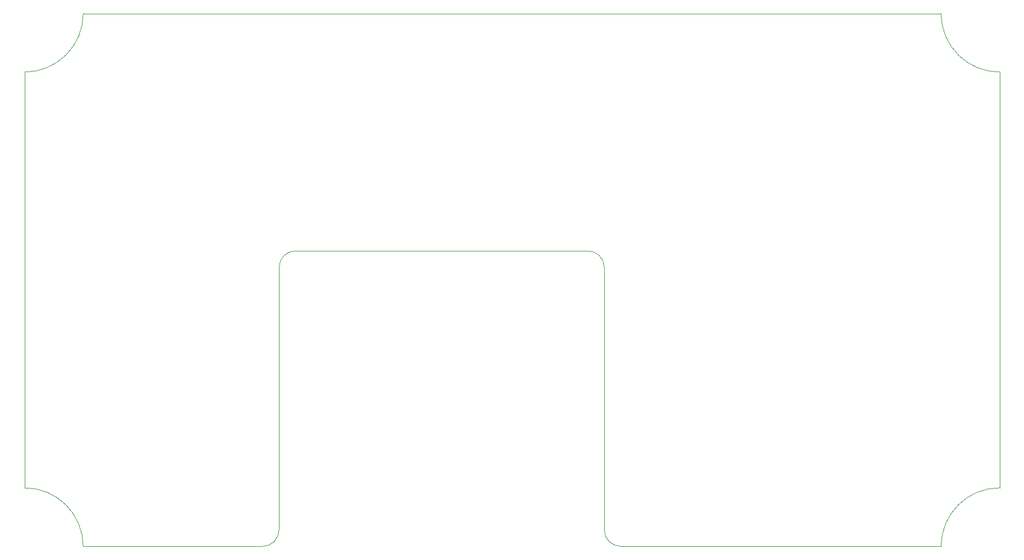
<source format=gm1>
%TF.GenerationSoftware,KiCad,Pcbnew,7.0.7*%
%TF.CreationDate,2023-10-09T15:43:46-04:00*%
%TF.ProjectId,dmxaudio,646d7861-7564-4696-9f2e-6b696361645f,rev?*%
%TF.SameCoordinates,Original*%
%TF.FileFunction,Profile,NP*%
%FSLAX46Y46*%
G04 Gerber Fmt 4.6, Leading zero omitted, Abs format (unit mm)*
G04 Created by KiCad (PCBNEW 7.0.7) date 2023-10-09 15:43:46*
%MOMM*%
%LPD*%
G01*
G04 APERTURE LIST*
%TA.AperFunction,Profile*%
%ADD10C,0.100000*%
%TD*%
G04 APERTURE END LIST*
D10*
X74000000Y-142000000D02*
G75*
G03*
X65000000Y-133000000I-9000000J0D01*
G01*
X154178001Y-139446000D02*
G75*
G03*
X156718000Y-141999999I2546999J-7000D01*
G01*
X156718000Y-142000000D02*
X206000000Y-142000000D01*
X154178000Y-139446000D02*
X154178000Y-99060000D01*
X104140000Y-139446000D02*
X104140000Y-99060000D01*
X101600000Y-141999999D02*
G75*
G03*
X104139999Y-139446000I-7000J2546999D01*
G01*
X106680000Y-96520000D02*
G75*
G03*
X104140000Y-99060000I0J-2540000D01*
G01*
X215000000Y-133000000D02*
G75*
G03*
X206000000Y-142000000I0J-9000000D01*
G01*
X215000000Y-69000000D02*
X215000000Y-133000000D01*
X74000000Y-142000000D02*
X101600000Y-142000000D01*
X206000000Y-60000000D02*
G75*
G03*
X215000000Y-69000000I9000000J0D01*
G01*
X65000000Y-69000000D02*
X65000000Y-133000000D01*
X154178000Y-99060000D02*
G75*
G03*
X151638000Y-96520000I-2540000J0D01*
G01*
X206000000Y-60000000D02*
X74000000Y-60000000D01*
X65000000Y-69000000D02*
G75*
G03*
X74000000Y-60000000I0J9000000D01*
G01*
X106680000Y-96520000D02*
X151638000Y-96520000D01*
M02*

</source>
